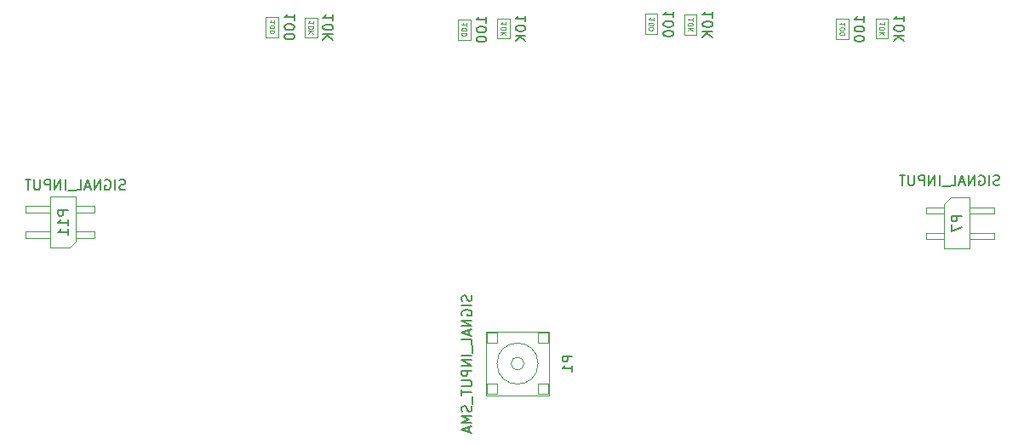
<source format=gbr>
G04 #@! TF.FileFunction,Other,Fab,Bot*
%FSLAX46Y46*%
G04 Gerber Fmt 4.6, Leading zero omitted, Abs format (unit mm)*
G04 Created by KiCad (PCBNEW 4.0.2-stable) date 10/05/17 14:11:08*
%MOMM*%
G01*
G04 APERTURE LIST*
%ADD10C,0.100000*%
%ADD11C,0.150000*%
%ADD12C,0.075000*%
G04 APERTURE END LIST*
D10*
X171485000Y-122080000D02*
X173390000Y-122080000D01*
X173390000Y-122080000D02*
X173390000Y-127160000D01*
X173390000Y-127160000D02*
X170850000Y-127160000D01*
X170850000Y-127160000D02*
X170850000Y-122715000D01*
X170850000Y-122715000D02*
X171485000Y-122080000D01*
X169030000Y-123030000D02*
X170850000Y-123030000D01*
X169030000Y-123030000D02*
X169030000Y-123670000D01*
X169030000Y-123670000D02*
X170850000Y-123670000D01*
X173390000Y-123030000D02*
X175850000Y-123030000D01*
X175850000Y-123030000D02*
X175850000Y-123670000D01*
X173390000Y-123670000D02*
X175850000Y-123670000D01*
X169030000Y-125570000D02*
X170850000Y-125570000D01*
X169030000Y-125570000D02*
X169030000Y-126210000D01*
X169030000Y-126210000D02*
X170850000Y-126210000D01*
X173390000Y-125570000D02*
X175850000Y-125570000D01*
X175850000Y-125570000D02*
X175850000Y-126210000D01*
X173390000Y-126210000D02*
X175850000Y-126210000D01*
X83865000Y-127070000D02*
X81960000Y-127070000D01*
X81960000Y-127070000D02*
X81960000Y-121990000D01*
X81960000Y-121990000D02*
X84500000Y-121990000D01*
X84500000Y-121990000D02*
X84500000Y-126435000D01*
X84500000Y-126435000D02*
X83865000Y-127070000D01*
X86320000Y-126120000D02*
X84500000Y-126120000D01*
X86320000Y-126120000D02*
X86320000Y-125480000D01*
X86320000Y-125480000D02*
X84500000Y-125480000D01*
X81960000Y-126120000D02*
X79500000Y-126120000D01*
X79500000Y-126120000D02*
X79500000Y-125480000D01*
X81960000Y-125480000D02*
X79500000Y-125480000D01*
X86320000Y-123580000D02*
X84500000Y-123580000D01*
X86320000Y-123580000D02*
X86320000Y-122940000D01*
X86320000Y-122940000D02*
X84500000Y-122940000D01*
X81960000Y-123580000D02*
X79500000Y-123580000D01*
X79500000Y-123580000D02*
X79500000Y-122940000D01*
X81960000Y-122940000D02*
X79500000Y-122940000D01*
X131450000Y-140630000D02*
X131450000Y-141650000D01*
X131570000Y-141770000D02*
X125230000Y-141770000D01*
X125230000Y-135430000D02*
X125230000Y-141770000D01*
X131570000Y-135430000D02*
X125230000Y-135430000D01*
X131570000Y-135430000D02*
X131570000Y-141770000D01*
X131450000Y-136570000D02*
X130430000Y-136570000D01*
X130430000Y-135550000D02*
X130430000Y-136570000D01*
X126370000Y-136570000D02*
X125350000Y-136570000D01*
X126370000Y-135550000D02*
X126370000Y-136570000D01*
X131450000Y-140630000D02*
X130430000Y-140630000D01*
X130430000Y-140630000D02*
X130430000Y-141650000D01*
X126370000Y-141650000D02*
X126370000Y-140630000D01*
X126370000Y-140630000D02*
X125350000Y-140630000D01*
X130440000Y-138600000D02*
G75*
G03X130440000Y-138600000I-2040000J0D01*
G01*
X129035000Y-138600000D02*
G75*
G03X129035000Y-138600000I-635000J0D01*
G01*
X131450000Y-141650000D02*
X130430000Y-141650000D01*
X131450000Y-135550000D02*
X130430000Y-135550000D01*
X131450000Y-135550000D02*
X131450000Y-136570000D01*
X125350000Y-135550000D02*
X125350000Y-136570000D01*
X125350000Y-135550000D02*
X126370000Y-135550000D01*
X126370000Y-141650000D02*
X125350000Y-141650000D01*
X125350000Y-140630000D02*
X125350000Y-141650000D01*
X104620000Y-104100000D02*
X103380000Y-104100000D01*
X104620000Y-106100000D02*
X104620000Y-104100000D01*
X103380000Y-106100000D02*
X104620000Y-106100000D01*
X103380000Y-104100000D02*
X103380000Y-106100000D01*
X108470000Y-104150000D02*
X107230000Y-104150000D01*
X108470000Y-106150000D02*
X108470000Y-104150000D01*
X107230000Y-106150000D02*
X108470000Y-106150000D01*
X107230000Y-104150000D02*
X107230000Y-106150000D01*
X123720000Y-104350000D02*
X122480000Y-104350000D01*
X123720000Y-106350000D02*
X123720000Y-104350000D01*
X122480000Y-106350000D02*
X123720000Y-106350000D01*
X122480000Y-104350000D02*
X122480000Y-106350000D01*
X127620000Y-104250000D02*
X126380000Y-104250000D01*
X127620000Y-106250000D02*
X127620000Y-104250000D01*
X126380000Y-106250000D02*
X127620000Y-106250000D01*
X126380000Y-104250000D02*
X126380000Y-106250000D01*
X142320000Y-103800000D02*
X141080000Y-103800000D01*
X142320000Y-105800000D02*
X142320000Y-103800000D01*
X141080000Y-105800000D02*
X142320000Y-105800000D01*
X141080000Y-103800000D02*
X141080000Y-105800000D01*
X146220000Y-103850000D02*
X144980000Y-103850000D01*
X146220000Y-105850000D02*
X146220000Y-103850000D01*
X144980000Y-105850000D02*
X146220000Y-105850000D01*
X144980000Y-103850000D02*
X144980000Y-105850000D01*
X161320000Y-104300000D02*
X160080000Y-104300000D01*
X161320000Y-106300000D02*
X161320000Y-104300000D01*
X160080000Y-106300000D02*
X161320000Y-106300000D01*
X160080000Y-104300000D02*
X160080000Y-106300000D01*
X165270000Y-104250000D02*
X164030000Y-104250000D01*
X165270000Y-106250000D02*
X165270000Y-104250000D01*
X164030000Y-106250000D02*
X165270000Y-106250000D01*
X164030000Y-104250000D02*
X164030000Y-106250000D01*
D11*
X176328571Y-120804762D02*
X176185714Y-120852381D01*
X175947618Y-120852381D01*
X175852380Y-120804762D01*
X175804761Y-120757143D01*
X175757142Y-120661905D01*
X175757142Y-120566667D01*
X175804761Y-120471429D01*
X175852380Y-120423810D01*
X175947618Y-120376190D01*
X176138095Y-120328571D01*
X176233333Y-120280952D01*
X176280952Y-120233333D01*
X176328571Y-120138095D01*
X176328571Y-120042857D01*
X176280952Y-119947619D01*
X176233333Y-119900000D01*
X176138095Y-119852381D01*
X175899999Y-119852381D01*
X175757142Y-119900000D01*
X175328571Y-120852381D02*
X175328571Y-119852381D01*
X174328571Y-119900000D02*
X174423809Y-119852381D01*
X174566666Y-119852381D01*
X174709524Y-119900000D01*
X174804762Y-119995238D01*
X174852381Y-120090476D01*
X174900000Y-120280952D01*
X174900000Y-120423810D01*
X174852381Y-120614286D01*
X174804762Y-120709524D01*
X174709524Y-120804762D01*
X174566666Y-120852381D01*
X174471428Y-120852381D01*
X174328571Y-120804762D01*
X174280952Y-120757143D01*
X174280952Y-120423810D01*
X174471428Y-120423810D01*
X173852381Y-120852381D02*
X173852381Y-119852381D01*
X173280952Y-120852381D01*
X173280952Y-119852381D01*
X172852381Y-120566667D02*
X172376190Y-120566667D01*
X172947619Y-120852381D02*
X172614286Y-119852381D01*
X172280952Y-120852381D01*
X171471428Y-120852381D02*
X171947619Y-120852381D01*
X171947619Y-119852381D01*
X171376190Y-120947619D02*
X170614285Y-120947619D01*
X170376190Y-120852381D02*
X170376190Y-119852381D01*
X169900000Y-120852381D02*
X169900000Y-119852381D01*
X169328571Y-120852381D01*
X169328571Y-119852381D01*
X168852381Y-120852381D02*
X168852381Y-119852381D01*
X168471428Y-119852381D01*
X168376190Y-119900000D01*
X168328571Y-119947619D01*
X168280952Y-120042857D01*
X168280952Y-120185714D01*
X168328571Y-120280952D01*
X168376190Y-120328571D01*
X168471428Y-120376190D01*
X168852381Y-120376190D01*
X167852381Y-119852381D02*
X167852381Y-120661905D01*
X167804762Y-120757143D01*
X167757143Y-120804762D01*
X167661905Y-120852381D01*
X167471428Y-120852381D01*
X167376190Y-120804762D01*
X167328571Y-120757143D01*
X167280952Y-120661905D01*
X167280952Y-119852381D01*
X166947619Y-119852381D02*
X166376190Y-119852381D01*
X166661905Y-120852381D02*
X166661905Y-119852381D01*
X172572381Y-123881905D02*
X171572381Y-123881905D01*
X171572381Y-124262858D01*
X171620000Y-124358096D01*
X171667619Y-124405715D01*
X171762857Y-124453334D01*
X171905714Y-124453334D01*
X172000952Y-124405715D01*
X172048571Y-124358096D01*
X172096190Y-124262858D01*
X172096190Y-123881905D01*
X171572381Y-124786667D02*
X171572381Y-125453334D01*
X172572381Y-125024762D01*
X89378571Y-121254762D02*
X89235714Y-121302381D01*
X88997618Y-121302381D01*
X88902380Y-121254762D01*
X88854761Y-121207143D01*
X88807142Y-121111905D01*
X88807142Y-121016667D01*
X88854761Y-120921429D01*
X88902380Y-120873810D01*
X88997618Y-120826190D01*
X89188095Y-120778571D01*
X89283333Y-120730952D01*
X89330952Y-120683333D01*
X89378571Y-120588095D01*
X89378571Y-120492857D01*
X89330952Y-120397619D01*
X89283333Y-120350000D01*
X89188095Y-120302381D01*
X88949999Y-120302381D01*
X88807142Y-120350000D01*
X88378571Y-121302381D02*
X88378571Y-120302381D01*
X87378571Y-120350000D02*
X87473809Y-120302381D01*
X87616666Y-120302381D01*
X87759524Y-120350000D01*
X87854762Y-120445238D01*
X87902381Y-120540476D01*
X87950000Y-120730952D01*
X87950000Y-120873810D01*
X87902381Y-121064286D01*
X87854762Y-121159524D01*
X87759524Y-121254762D01*
X87616666Y-121302381D01*
X87521428Y-121302381D01*
X87378571Y-121254762D01*
X87330952Y-121207143D01*
X87330952Y-120873810D01*
X87521428Y-120873810D01*
X86902381Y-121302381D02*
X86902381Y-120302381D01*
X86330952Y-121302381D01*
X86330952Y-120302381D01*
X85902381Y-121016667D02*
X85426190Y-121016667D01*
X85997619Y-121302381D02*
X85664286Y-120302381D01*
X85330952Y-121302381D01*
X84521428Y-121302381D02*
X84997619Y-121302381D01*
X84997619Y-120302381D01*
X84426190Y-121397619D02*
X83664285Y-121397619D01*
X83426190Y-121302381D02*
X83426190Y-120302381D01*
X82950000Y-121302381D02*
X82950000Y-120302381D01*
X82378571Y-121302381D01*
X82378571Y-120302381D01*
X81902381Y-121302381D02*
X81902381Y-120302381D01*
X81521428Y-120302381D01*
X81426190Y-120350000D01*
X81378571Y-120397619D01*
X81330952Y-120492857D01*
X81330952Y-120635714D01*
X81378571Y-120730952D01*
X81426190Y-120778571D01*
X81521428Y-120826190D01*
X81902381Y-120826190D01*
X80902381Y-120302381D02*
X80902381Y-121111905D01*
X80854762Y-121207143D01*
X80807143Y-121254762D01*
X80711905Y-121302381D01*
X80521428Y-121302381D01*
X80426190Y-121254762D01*
X80378571Y-121207143D01*
X80330952Y-121111905D01*
X80330952Y-120302381D01*
X79997619Y-120302381D02*
X79426190Y-120302381D01*
X79711905Y-121302381D02*
X79711905Y-120302381D01*
X83682381Y-123315714D02*
X82682381Y-123315714D01*
X82682381Y-123696667D01*
X82730000Y-123791905D01*
X82777619Y-123839524D01*
X82872857Y-123887143D01*
X83015714Y-123887143D01*
X83110952Y-123839524D01*
X83158571Y-123791905D01*
X83206190Y-123696667D01*
X83206190Y-123315714D01*
X83682381Y-124839524D02*
X83682381Y-124268095D01*
X83682381Y-124553809D02*
X82682381Y-124553809D01*
X82825238Y-124458571D01*
X82920476Y-124363333D01*
X82968095Y-124268095D01*
X83682381Y-125791905D02*
X83682381Y-125220476D01*
X83682381Y-125506190D02*
X82682381Y-125506190D01*
X82825238Y-125410952D01*
X82920476Y-125315714D01*
X82968095Y-125220476D01*
X123804762Y-131814286D02*
X123852381Y-131957143D01*
X123852381Y-132195239D01*
X123804762Y-132290477D01*
X123757143Y-132338096D01*
X123661905Y-132385715D01*
X123566667Y-132385715D01*
X123471429Y-132338096D01*
X123423810Y-132290477D01*
X123376190Y-132195239D01*
X123328571Y-132004762D01*
X123280952Y-131909524D01*
X123233333Y-131861905D01*
X123138095Y-131814286D01*
X123042857Y-131814286D01*
X122947619Y-131861905D01*
X122900000Y-131909524D01*
X122852381Y-132004762D01*
X122852381Y-132242858D01*
X122900000Y-132385715D01*
X123852381Y-132814286D02*
X122852381Y-132814286D01*
X122900000Y-133814286D02*
X122852381Y-133719048D01*
X122852381Y-133576191D01*
X122900000Y-133433333D01*
X122995238Y-133338095D01*
X123090476Y-133290476D01*
X123280952Y-133242857D01*
X123423810Y-133242857D01*
X123614286Y-133290476D01*
X123709524Y-133338095D01*
X123804762Y-133433333D01*
X123852381Y-133576191D01*
X123852381Y-133671429D01*
X123804762Y-133814286D01*
X123757143Y-133861905D01*
X123423810Y-133861905D01*
X123423810Y-133671429D01*
X123852381Y-134290476D02*
X122852381Y-134290476D01*
X123852381Y-134861905D01*
X122852381Y-134861905D01*
X123566667Y-135290476D02*
X123566667Y-135766667D01*
X123852381Y-135195238D02*
X122852381Y-135528571D01*
X123852381Y-135861905D01*
X123852381Y-136671429D02*
X123852381Y-136195238D01*
X122852381Y-136195238D01*
X123947619Y-136766667D02*
X123947619Y-137528572D01*
X123852381Y-137766667D02*
X122852381Y-137766667D01*
X123852381Y-138242857D02*
X122852381Y-138242857D01*
X123852381Y-138814286D01*
X122852381Y-138814286D01*
X123852381Y-139290476D02*
X122852381Y-139290476D01*
X122852381Y-139671429D01*
X122900000Y-139766667D01*
X122947619Y-139814286D01*
X123042857Y-139861905D01*
X123185714Y-139861905D01*
X123280952Y-139814286D01*
X123328571Y-139766667D01*
X123376190Y-139671429D01*
X123376190Y-139290476D01*
X122852381Y-140290476D02*
X123661905Y-140290476D01*
X123757143Y-140338095D01*
X123804762Y-140385714D01*
X123852381Y-140480952D01*
X123852381Y-140671429D01*
X123804762Y-140766667D01*
X123757143Y-140814286D01*
X123661905Y-140861905D01*
X122852381Y-140861905D01*
X122852381Y-141195238D02*
X122852381Y-141766667D01*
X123852381Y-141480952D02*
X122852381Y-141480952D01*
X123947619Y-141861905D02*
X123947619Y-142623810D01*
X123804762Y-142814286D02*
X123852381Y-142957143D01*
X123852381Y-143195239D01*
X123804762Y-143290477D01*
X123757143Y-143338096D01*
X123661905Y-143385715D01*
X123566667Y-143385715D01*
X123471429Y-143338096D01*
X123423810Y-143290477D01*
X123376190Y-143195239D01*
X123328571Y-143004762D01*
X123280952Y-142909524D01*
X123233333Y-142861905D01*
X123138095Y-142814286D01*
X123042857Y-142814286D01*
X122947619Y-142861905D01*
X122900000Y-142909524D01*
X122852381Y-143004762D01*
X122852381Y-143242858D01*
X122900000Y-143385715D01*
X123852381Y-143814286D02*
X122852381Y-143814286D01*
X123566667Y-144147620D01*
X122852381Y-144480953D01*
X123852381Y-144480953D01*
X123566667Y-144909524D02*
X123566667Y-145385715D01*
X123852381Y-144814286D02*
X122852381Y-145147619D01*
X123852381Y-145480953D01*
X133852381Y-137861905D02*
X132852381Y-137861905D01*
X132852381Y-138242858D01*
X132900000Y-138338096D01*
X132947619Y-138385715D01*
X133042857Y-138433334D01*
X133185714Y-138433334D01*
X133280952Y-138385715D01*
X133328571Y-138338096D01*
X133376190Y-138242858D01*
X133376190Y-137861905D01*
X133852381Y-139385715D02*
X133852381Y-138814286D01*
X133852381Y-139100000D02*
X132852381Y-139100000D01*
X132995238Y-139004762D01*
X133090476Y-138909524D01*
X133138095Y-138814286D01*
X106202381Y-104433334D02*
X106202381Y-103861905D01*
X106202381Y-104147619D02*
X105202381Y-104147619D01*
X105345238Y-104052381D01*
X105440476Y-103957143D01*
X105488095Y-103861905D01*
X105202381Y-105052381D02*
X105202381Y-105147620D01*
X105250000Y-105242858D01*
X105297619Y-105290477D01*
X105392857Y-105338096D01*
X105583333Y-105385715D01*
X105821429Y-105385715D01*
X106011905Y-105338096D01*
X106107143Y-105290477D01*
X106154762Y-105242858D01*
X106202381Y-105147620D01*
X106202381Y-105052381D01*
X106154762Y-104957143D01*
X106107143Y-104909524D01*
X106011905Y-104861905D01*
X105821429Y-104814286D01*
X105583333Y-104814286D01*
X105392857Y-104861905D01*
X105297619Y-104909524D01*
X105250000Y-104957143D01*
X105202381Y-105052381D01*
X105202381Y-106004762D02*
X105202381Y-106100001D01*
X105250000Y-106195239D01*
X105297619Y-106242858D01*
X105392857Y-106290477D01*
X105583333Y-106338096D01*
X105821429Y-106338096D01*
X106011905Y-106290477D01*
X106107143Y-106242858D01*
X106154762Y-106195239D01*
X106202381Y-106100001D01*
X106202381Y-106004762D01*
X106154762Y-105909524D01*
X106107143Y-105861905D01*
X106011905Y-105814286D01*
X105821429Y-105766667D01*
X105583333Y-105766667D01*
X105392857Y-105814286D01*
X105297619Y-105861905D01*
X105250000Y-105909524D01*
X105202381Y-106004762D01*
D12*
X104226190Y-104766667D02*
X104226190Y-104480953D01*
X104226190Y-104623810D02*
X103726190Y-104623810D01*
X103797619Y-104576191D01*
X103845238Y-104528572D01*
X103869048Y-104480953D01*
X103726190Y-105076191D02*
X103726190Y-105123810D01*
X103750000Y-105171429D01*
X103773810Y-105195238D01*
X103821429Y-105219048D01*
X103916667Y-105242857D01*
X104035714Y-105242857D01*
X104130952Y-105219048D01*
X104178571Y-105195238D01*
X104202381Y-105171429D01*
X104226190Y-105123810D01*
X104226190Y-105076191D01*
X104202381Y-105028572D01*
X104178571Y-105004762D01*
X104130952Y-104980953D01*
X104035714Y-104957143D01*
X103916667Y-104957143D01*
X103821429Y-104980953D01*
X103773810Y-105004762D01*
X103750000Y-105028572D01*
X103726190Y-105076191D01*
X103726190Y-105552381D02*
X103726190Y-105600000D01*
X103750000Y-105647619D01*
X103773810Y-105671428D01*
X103821429Y-105695238D01*
X103916667Y-105719047D01*
X104035714Y-105719047D01*
X104130952Y-105695238D01*
X104178571Y-105671428D01*
X104202381Y-105647619D01*
X104226190Y-105600000D01*
X104226190Y-105552381D01*
X104202381Y-105504762D01*
X104178571Y-105480952D01*
X104130952Y-105457143D01*
X104035714Y-105433333D01*
X103916667Y-105433333D01*
X103821429Y-105457143D01*
X103773810Y-105480952D01*
X103750000Y-105504762D01*
X103726190Y-105552381D01*
D11*
X110052381Y-104459524D02*
X110052381Y-103888095D01*
X110052381Y-104173809D02*
X109052381Y-104173809D01*
X109195238Y-104078571D01*
X109290476Y-103983333D01*
X109338095Y-103888095D01*
X109052381Y-105078571D02*
X109052381Y-105173810D01*
X109100000Y-105269048D01*
X109147619Y-105316667D01*
X109242857Y-105364286D01*
X109433333Y-105411905D01*
X109671429Y-105411905D01*
X109861905Y-105364286D01*
X109957143Y-105316667D01*
X110004762Y-105269048D01*
X110052381Y-105173810D01*
X110052381Y-105078571D01*
X110004762Y-104983333D01*
X109957143Y-104935714D01*
X109861905Y-104888095D01*
X109671429Y-104840476D01*
X109433333Y-104840476D01*
X109242857Y-104888095D01*
X109147619Y-104935714D01*
X109100000Y-104983333D01*
X109052381Y-105078571D01*
X110052381Y-105840476D02*
X109052381Y-105840476D01*
X110052381Y-106411905D02*
X109480952Y-105983333D01*
X109052381Y-106411905D02*
X109623810Y-105840476D01*
D12*
X108076190Y-104804762D02*
X108076190Y-104519048D01*
X108076190Y-104661905D02*
X107576190Y-104661905D01*
X107647619Y-104614286D01*
X107695238Y-104566667D01*
X107719048Y-104519048D01*
X107576190Y-105114286D02*
X107576190Y-105161905D01*
X107600000Y-105209524D01*
X107623810Y-105233333D01*
X107671429Y-105257143D01*
X107766667Y-105280952D01*
X107885714Y-105280952D01*
X107980952Y-105257143D01*
X108028571Y-105233333D01*
X108052381Y-105209524D01*
X108076190Y-105161905D01*
X108076190Y-105114286D01*
X108052381Y-105066667D01*
X108028571Y-105042857D01*
X107980952Y-105019048D01*
X107885714Y-104995238D01*
X107766667Y-104995238D01*
X107671429Y-105019048D01*
X107623810Y-105042857D01*
X107600000Y-105066667D01*
X107576190Y-105114286D01*
X108076190Y-105495238D02*
X107576190Y-105495238D01*
X108076190Y-105780952D02*
X107790476Y-105566666D01*
X107576190Y-105780952D02*
X107861905Y-105495238D01*
D11*
X125302381Y-104683334D02*
X125302381Y-104111905D01*
X125302381Y-104397619D02*
X124302381Y-104397619D01*
X124445238Y-104302381D01*
X124540476Y-104207143D01*
X124588095Y-104111905D01*
X124302381Y-105302381D02*
X124302381Y-105397620D01*
X124350000Y-105492858D01*
X124397619Y-105540477D01*
X124492857Y-105588096D01*
X124683333Y-105635715D01*
X124921429Y-105635715D01*
X125111905Y-105588096D01*
X125207143Y-105540477D01*
X125254762Y-105492858D01*
X125302381Y-105397620D01*
X125302381Y-105302381D01*
X125254762Y-105207143D01*
X125207143Y-105159524D01*
X125111905Y-105111905D01*
X124921429Y-105064286D01*
X124683333Y-105064286D01*
X124492857Y-105111905D01*
X124397619Y-105159524D01*
X124350000Y-105207143D01*
X124302381Y-105302381D01*
X124302381Y-106254762D02*
X124302381Y-106350001D01*
X124350000Y-106445239D01*
X124397619Y-106492858D01*
X124492857Y-106540477D01*
X124683333Y-106588096D01*
X124921429Y-106588096D01*
X125111905Y-106540477D01*
X125207143Y-106492858D01*
X125254762Y-106445239D01*
X125302381Y-106350001D01*
X125302381Y-106254762D01*
X125254762Y-106159524D01*
X125207143Y-106111905D01*
X125111905Y-106064286D01*
X124921429Y-106016667D01*
X124683333Y-106016667D01*
X124492857Y-106064286D01*
X124397619Y-106111905D01*
X124350000Y-106159524D01*
X124302381Y-106254762D01*
D12*
X123326190Y-105016667D02*
X123326190Y-104730953D01*
X123326190Y-104873810D02*
X122826190Y-104873810D01*
X122897619Y-104826191D01*
X122945238Y-104778572D01*
X122969048Y-104730953D01*
X122826190Y-105326191D02*
X122826190Y-105373810D01*
X122850000Y-105421429D01*
X122873810Y-105445238D01*
X122921429Y-105469048D01*
X123016667Y-105492857D01*
X123135714Y-105492857D01*
X123230952Y-105469048D01*
X123278571Y-105445238D01*
X123302381Y-105421429D01*
X123326190Y-105373810D01*
X123326190Y-105326191D01*
X123302381Y-105278572D01*
X123278571Y-105254762D01*
X123230952Y-105230953D01*
X123135714Y-105207143D01*
X123016667Y-105207143D01*
X122921429Y-105230953D01*
X122873810Y-105254762D01*
X122850000Y-105278572D01*
X122826190Y-105326191D01*
X122826190Y-105802381D02*
X122826190Y-105850000D01*
X122850000Y-105897619D01*
X122873810Y-105921428D01*
X122921429Y-105945238D01*
X123016667Y-105969047D01*
X123135714Y-105969047D01*
X123230952Y-105945238D01*
X123278571Y-105921428D01*
X123302381Y-105897619D01*
X123326190Y-105850000D01*
X123326190Y-105802381D01*
X123302381Y-105754762D01*
X123278571Y-105730952D01*
X123230952Y-105707143D01*
X123135714Y-105683333D01*
X123016667Y-105683333D01*
X122921429Y-105707143D01*
X122873810Y-105730952D01*
X122850000Y-105754762D01*
X122826190Y-105802381D01*
D11*
X129202381Y-104559524D02*
X129202381Y-103988095D01*
X129202381Y-104273809D02*
X128202381Y-104273809D01*
X128345238Y-104178571D01*
X128440476Y-104083333D01*
X128488095Y-103988095D01*
X128202381Y-105178571D02*
X128202381Y-105273810D01*
X128250000Y-105369048D01*
X128297619Y-105416667D01*
X128392857Y-105464286D01*
X128583333Y-105511905D01*
X128821429Y-105511905D01*
X129011905Y-105464286D01*
X129107143Y-105416667D01*
X129154762Y-105369048D01*
X129202381Y-105273810D01*
X129202381Y-105178571D01*
X129154762Y-105083333D01*
X129107143Y-105035714D01*
X129011905Y-104988095D01*
X128821429Y-104940476D01*
X128583333Y-104940476D01*
X128392857Y-104988095D01*
X128297619Y-105035714D01*
X128250000Y-105083333D01*
X128202381Y-105178571D01*
X129202381Y-105940476D02*
X128202381Y-105940476D01*
X129202381Y-106511905D02*
X128630952Y-106083333D01*
X128202381Y-106511905D02*
X128773810Y-105940476D01*
D12*
X127226190Y-104904762D02*
X127226190Y-104619048D01*
X127226190Y-104761905D02*
X126726190Y-104761905D01*
X126797619Y-104714286D01*
X126845238Y-104666667D01*
X126869048Y-104619048D01*
X126726190Y-105214286D02*
X126726190Y-105261905D01*
X126750000Y-105309524D01*
X126773810Y-105333333D01*
X126821429Y-105357143D01*
X126916667Y-105380952D01*
X127035714Y-105380952D01*
X127130952Y-105357143D01*
X127178571Y-105333333D01*
X127202381Y-105309524D01*
X127226190Y-105261905D01*
X127226190Y-105214286D01*
X127202381Y-105166667D01*
X127178571Y-105142857D01*
X127130952Y-105119048D01*
X127035714Y-105095238D01*
X126916667Y-105095238D01*
X126821429Y-105119048D01*
X126773810Y-105142857D01*
X126750000Y-105166667D01*
X126726190Y-105214286D01*
X127226190Y-105595238D02*
X126726190Y-105595238D01*
X127226190Y-105880952D02*
X126940476Y-105666666D01*
X126726190Y-105880952D02*
X127011905Y-105595238D01*
D11*
X143902381Y-104133334D02*
X143902381Y-103561905D01*
X143902381Y-103847619D02*
X142902381Y-103847619D01*
X143045238Y-103752381D01*
X143140476Y-103657143D01*
X143188095Y-103561905D01*
X142902381Y-104752381D02*
X142902381Y-104847620D01*
X142950000Y-104942858D01*
X142997619Y-104990477D01*
X143092857Y-105038096D01*
X143283333Y-105085715D01*
X143521429Y-105085715D01*
X143711905Y-105038096D01*
X143807143Y-104990477D01*
X143854762Y-104942858D01*
X143902381Y-104847620D01*
X143902381Y-104752381D01*
X143854762Y-104657143D01*
X143807143Y-104609524D01*
X143711905Y-104561905D01*
X143521429Y-104514286D01*
X143283333Y-104514286D01*
X143092857Y-104561905D01*
X142997619Y-104609524D01*
X142950000Y-104657143D01*
X142902381Y-104752381D01*
X142902381Y-105704762D02*
X142902381Y-105800001D01*
X142950000Y-105895239D01*
X142997619Y-105942858D01*
X143092857Y-105990477D01*
X143283333Y-106038096D01*
X143521429Y-106038096D01*
X143711905Y-105990477D01*
X143807143Y-105942858D01*
X143854762Y-105895239D01*
X143902381Y-105800001D01*
X143902381Y-105704762D01*
X143854762Y-105609524D01*
X143807143Y-105561905D01*
X143711905Y-105514286D01*
X143521429Y-105466667D01*
X143283333Y-105466667D01*
X143092857Y-105514286D01*
X142997619Y-105561905D01*
X142950000Y-105609524D01*
X142902381Y-105704762D01*
D12*
X141926190Y-104466667D02*
X141926190Y-104180953D01*
X141926190Y-104323810D02*
X141426190Y-104323810D01*
X141497619Y-104276191D01*
X141545238Y-104228572D01*
X141569048Y-104180953D01*
X141426190Y-104776191D02*
X141426190Y-104823810D01*
X141450000Y-104871429D01*
X141473810Y-104895238D01*
X141521429Y-104919048D01*
X141616667Y-104942857D01*
X141735714Y-104942857D01*
X141830952Y-104919048D01*
X141878571Y-104895238D01*
X141902381Y-104871429D01*
X141926190Y-104823810D01*
X141926190Y-104776191D01*
X141902381Y-104728572D01*
X141878571Y-104704762D01*
X141830952Y-104680953D01*
X141735714Y-104657143D01*
X141616667Y-104657143D01*
X141521429Y-104680953D01*
X141473810Y-104704762D01*
X141450000Y-104728572D01*
X141426190Y-104776191D01*
X141426190Y-105252381D02*
X141426190Y-105300000D01*
X141450000Y-105347619D01*
X141473810Y-105371428D01*
X141521429Y-105395238D01*
X141616667Y-105419047D01*
X141735714Y-105419047D01*
X141830952Y-105395238D01*
X141878571Y-105371428D01*
X141902381Y-105347619D01*
X141926190Y-105300000D01*
X141926190Y-105252381D01*
X141902381Y-105204762D01*
X141878571Y-105180952D01*
X141830952Y-105157143D01*
X141735714Y-105133333D01*
X141616667Y-105133333D01*
X141521429Y-105157143D01*
X141473810Y-105180952D01*
X141450000Y-105204762D01*
X141426190Y-105252381D01*
D11*
X147802381Y-104159524D02*
X147802381Y-103588095D01*
X147802381Y-103873809D02*
X146802381Y-103873809D01*
X146945238Y-103778571D01*
X147040476Y-103683333D01*
X147088095Y-103588095D01*
X146802381Y-104778571D02*
X146802381Y-104873810D01*
X146850000Y-104969048D01*
X146897619Y-105016667D01*
X146992857Y-105064286D01*
X147183333Y-105111905D01*
X147421429Y-105111905D01*
X147611905Y-105064286D01*
X147707143Y-105016667D01*
X147754762Y-104969048D01*
X147802381Y-104873810D01*
X147802381Y-104778571D01*
X147754762Y-104683333D01*
X147707143Y-104635714D01*
X147611905Y-104588095D01*
X147421429Y-104540476D01*
X147183333Y-104540476D01*
X146992857Y-104588095D01*
X146897619Y-104635714D01*
X146850000Y-104683333D01*
X146802381Y-104778571D01*
X147802381Y-105540476D02*
X146802381Y-105540476D01*
X147802381Y-106111905D02*
X147230952Y-105683333D01*
X146802381Y-106111905D02*
X147373810Y-105540476D01*
D12*
X145826190Y-104504762D02*
X145826190Y-104219048D01*
X145826190Y-104361905D02*
X145326190Y-104361905D01*
X145397619Y-104314286D01*
X145445238Y-104266667D01*
X145469048Y-104219048D01*
X145326190Y-104814286D02*
X145326190Y-104861905D01*
X145350000Y-104909524D01*
X145373810Y-104933333D01*
X145421429Y-104957143D01*
X145516667Y-104980952D01*
X145635714Y-104980952D01*
X145730952Y-104957143D01*
X145778571Y-104933333D01*
X145802381Y-104909524D01*
X145826190Y-104861905D01*
X145826190Y-104814286D01*
X145802381Y-104766667D01*
X145778571Y-104742857D01*
X145730952Y-104719048D01*
X145635714Y-104695238D01*
X145516667Y-104695238D01*
X145421429Y-104719048D01*
X145373810Y-104742857D01*
X145350000Y-104766667D01*
X145326190Y-104814286D01*
X145826190Y-105195238D02*
X145326190Y-105195238D01*
X145826190Y-105480952D02*
X145540476Y-105266666D01*
X145326190Y-105480952D02*
X145611905Y-105195238D01*
D11*
X162902381Y-104633334D02*
X162902381Y-104061905D01*
X162902381Y-104347619D02*
X161902381Y-104347619D01*
X162045238Y-104252381D01*
X162140476Y-104157143D01*
X162188095Y-104061905D01*
X161902381Y-105252381D02*
X161902381Y-105347620D01*
X161950000Y-105442858D01*
X161997619Y-105490477D01*
X162092857Y-105538096D01*
X162283333Y-105585715D01*
X162521429Y-105585715D01*
X162711905Y-105538096D01*
X162807143Y-105490477D01*
X162854762Y-105442858D01*
X162902381Y-105347620D01*
X162902381Y-105252381D01*
X162854762Y-105157143D01*
X162807143Y-105109524D01*
X162711905Y-105061905D01*
X162521429Y-105014286D01*
X162283333Y-105014286D01*
X162092857Y-105061905D01*
X161997619Y-105109524D01*
X161950000Y-105157143D01*
X161902381Y-105252381D01*
X161902381Y-106204762D02*
X161902381Y-106300001D01*
X161950000Y-106395239D01*
X161997619Y-106442858D01*
X162092857Y-106490477D01*
X162283333Y-106538096D01*
X162521429Y-106538096D01*
X162711905Y-106490477D01*
X162807143Y-106442858D01*
X162854762Y-106395239D01*
X162902381Y-106300001D01*
X162902381Y-106204762D01*
X162854762Y-106109524D01*
X162807143Y-106061905D01*
X162711905Y-106014286D01*
X162521429Y-105966667D01*
X162283333Y-105966667D01*
X162092857Y-106014286D01*
X161997619Y-106061905D01*
X161950000Y-106109524D01*
X161902381Y-106204762D01*
D12*
X160926190Y-104966667D02*
X160926190Y-104680953D01*
X160926190Y-104823810D02*
X160426190Y-104823810D01*
X160497619Y-104776191D01*
X160545238Y-104728572D01*
X160569048Y-104680953D01*
X160426190Y-105276191D02*
X160426190Y-105323810D01*
X160450000Y-105371429D01*
X160473810Y-105395238D01*
X160521429Y-105419048D01*
X160616667Y-105442857D01*
X160735714Y-105442857D01*
X160830952Y-105419048D01*
X160878571Y-105395238D01*
X160902381Y-105371429D01*
X160926190Y-105323810D01*
X160926190Y-105276191D01*
X160902381Y-105228572D01*
X160878571Y-105204762D01*
X160830952Y-105180953D01*
X160735714Y-105157143D01*
X160616667Y-105157143D01*
X160521429Y-105180953D01*
X160473810Y-105204762D01*
X160450000Y-105228572D01*
X160426190Y-105276191D01*
X160426190Y-105752381D02*
X160426190Y-105800000D01*
X160450000Y-105847619D01*
X160473810Y-105871428D01*
X160521429Y-105895238D01*
X160616667Y-105919047D01*
X160735714Y-105919047D01*
X160830952Y-105895238D01*
X160878571Y-105871428D01*
X160902381Y-105847619D01*
X160926190Y-105800000D01*
X160926190Y-105752381D01*
X160902381Y-105704762D01*
X160878571Y-105680952D01*
X160830952Y-105657143D01*
X160735714Y-105633333D01*
X160616667Y-105633333D01*
X160521429Y-105657143D01*
X160473810Y-105680952D01*
X160450000Y-105704762D01*
X160426190Y-105752381D01*
D11*
X166852381Y-104559524D02*
X166852381Y-103988095D01*
X166852381Y-104273809D02*
X165852381Y-104273809D01*
X165995238Y-104178571D01*
X166090476Y-104083333D01*
X166138095Y-103988095D01*
X165852381Y-105178571D02*
X165852381Y-105273810D01*
X165900000Y-105369048D01*
X165947619Y-105416667D01*
X166042857Y-105464286D01*
X166233333Y-105511905D01*
X166471429Y-105511905D01*
X166661905Y-105464286D01*
X166757143Y-105416667D01*
X166804762Y-105369048D01*
X166852381Y-105273810D01*
X166852381Y-105178571D01*
X166804762Y-105083333D01*
X166757143Y-105035714D01*
X166661905Y-104988095D01*
X166471429Y-104940476D01*
X166233333Y-104940476D01*
X166042857Y-104988095D01*
X165947619Y-105035714D01*
X165900000Y-105083333D01*
X165852381Y-105178571D01*
X166852381Y-105940476D02*
X165852381Y-105940476D01*
X166852381Y-106511905D02*
X166280952Y-106083333D01*
X165852381Y-106511905D02*
X166423810Y-105940476D01*
D12*
X164876190Y-104904762D02*
X164876190Y-104619048D01*
X164876190Y-104761905D02*
X164376190Y-104761905D01*
X164447619Y-104714286D01*
X164495238Y-104666667D01*
X164519048Y-104619048D01*
X164376190Y-105214286D02*
X164376190Y-105261905D01*
X164400000Y-105309524D01*
X164423810Y-105333333D01*
X164471429Y-105357143D01*
X164566667Y-105380952D01*
X164685714Y-105380952D01*
X164780952Y-105357143D01*
X164828571Y-105333333D01*
X164852381Y-105309524D01*
X164876190Y-105261905D01*
X164876190Y-105214286D01*
X164852381Y-105166667D01*
X164828571Y-105142857D01*
X164780952Y-105119048D01*
X164685714Y-105095238D01*
X164566667Y-105095238D01*
X164471429Y-105119048D01*
X164423810Y-105142857D01*
X164400000Y-105166667D01*
X164376190Y-105214286D01*
X164876190Y-105595238D02*
X164376190Y-105595238D01*
X164876190Y-105880952D02*
X164590476Y-105666666D01*
X164376190Y-105880952D02*
X164661905Y-105595238D01*
M02*

</source>
